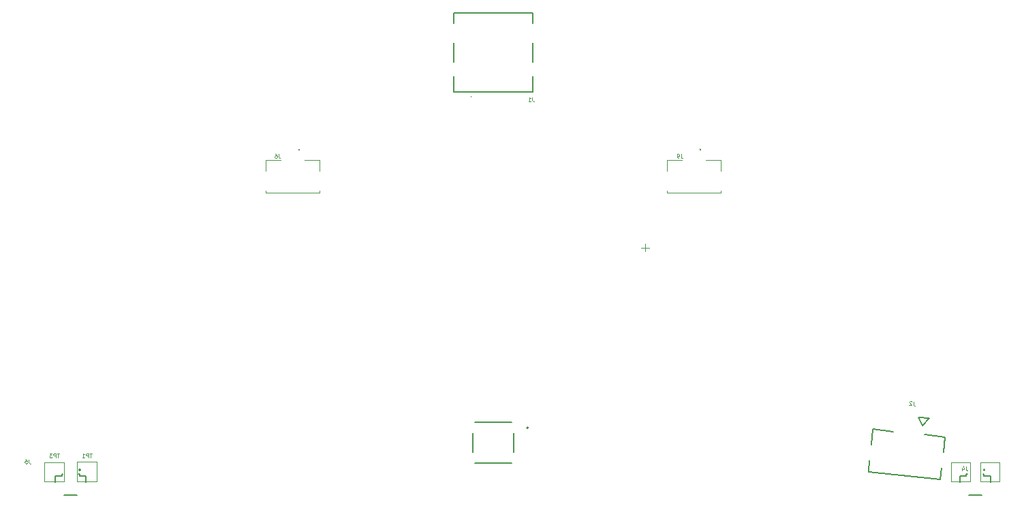
<source format=gbr>
%TF.GenerationSoftware,KiCad,Pcbnew,9.0.6-rc2*%
%TF.CreationDate,2025-12-11T22:21:32-08:00*%
%TF.ProjectId,UGC_Main_S1,5547435f-4d61-4696-9e5f-53312e6b6963,rev?*%
%TF.SameCoordinates,Original*%
%TF.FileFunction,Legend,Bot*%
%TF.FilePolarity,Positive*%
%FSLAX46Y46*%
G04 Gerber Fmt 4.6, Leading zero omitted, Abs format (unit mm)*
G04 Created by KiCad (PCBNEW 9.0.6-rc2) date 2025-12-11 22:21:32*
%MOMM*%
%LPD*%
G01*
G04 APERTURE LIST*
%ADD10C,0.120000*%
%ADD11C,0.100000*%
%ADD12C,0.200000*%
%ADD13C,0.127000*%
%ADD14C,0.152400*%
G04 APERTURE END LIST*
D10*
X237850033Y-111226193D02*
X236897653Y-111226193D01*
X237373843Y-111702383D02*
X237373843Y-110750002D01*
D11*
X191836666Y-99576109D02*
X191836666Y-99933252D01*
X191836666Y-99933252D02*
X191860475Y-100004680D01*
X191860475Y-100004680D02*
X191908094Y-100052300D01*
X191908094Y-100052300D02*
X191979523Y-100076109D01*
X191979523Y-100076109D02*
X192027142Y-100076109D01*
X191384285Y-99576109D02*
X191479523Y-99576109D01*
X191479523Y-99576109D02*
X191527142Y-99599919D01*
X191527142Y-99599919D02*
X191550952Y-99623728D01*
X191550952Y-99623728D02*
X191598571Y-99695157D01*
X191598571Y-99695157D02*
X191622380Y-99790395D01*
X191622380Y-99790395D02*
X191622380Y-99980871D01*
X191622380Y-99980871D02*
X191598571Y-100028490D01*
X191598571Y-100028490D02*
X191574761Y-100052300D01*
X191574761Y-100052300D02*
X191527142Y-100076109D01*
X191527142Y-100076109D02*
X191431904Y-100076109D01*
X191431904Y-100076109D02*
X191384285Y-100052300D01*
X191384285Y-100052300D02*
X191360476Y-100028490D01*
X191360476Y-100028490D02*
X191336666Y-99980871D01*
X191336666Y-99980871D02*
X191336666Y-99861823D01*
X191336666Y-99861823D02*
X191360476Y-99814204D01*
X191360476Y-99814204D02*
X191384285Y-99790395D01*
X191384285Y-99790395D02*
X191431904Y-99766585D01*
X191431904Y-99766585D02*
X191527142Y-99766585D01*
X191527142Y-99766585D02*
X191574761Y-99790395D01*
X191574761Y-99790395D02*
X191598571Y-99814204D01*
X191598571Y-99814204D02*
X191622380Y-99861823D01*
X241816666Y-99566109D02*
X241816666Y-99923252D01*
X241816666Y-99923252D02*
X241840475Y-99994680D01*
X241840475Y-99994680D02*
X241888094Y-100042300D01*
X241888094Y-100042300D02*
X241959523Y-100066109D01*
X241959523Y-100066109D02*
X242007142Y-100066109D01*
X241554761Y-100066109D02*
X241459523Y-100066109D01*
X241459523Y-100066109D02*
X241411904Y-100042300D01*
X241411904Y-100042300D02*
X241388095Y-100018490D01*
X241388095Y-100018490D02*
X241340476Y-99947061D01*
X241340476Y-99947061D02*
X241316666Y-99851823D01*
X241316666Y-99851823D02*
X241316666Y-99661347D01*
X241316666Y-99661347D02*
X241340476Y-99613728D01*
X241340476Y-99613728D02*
X241364285Y-99589919D01*
X241364285Y-99589919D02*
X241411904Y-99566109D01*
X241411904Y-99566109D02*
X241507142Y-99566109D01*
X241507142Y-99566109D02*
X241554761Y-99589919D01*
X241554761Y-99589919D02*
X241578571Y-99613728D01*
X241578571Y-99613728D02*
X241602380Y-99661347D01*
X241602380Y-99661347D02*
X241602380Y-99780395D01*
X241602380Y-99780395D02*
X241578571Y-99828014D01*
X241578571Y-99828014D02*
X241554761Y-99851823D01*
X241554761Y-99851823D02*
X241507142Y-99875633D01*
X241507142Y-99875633D02*
X241411904Y-99875633D01*
X241411904Y-99875633D02*
X241364285Y-99851823D01*
X241364285Y-99851823D02*
X241340476Y-99828014D01*
X241340476Y-99828014D02*
X241316666Y-99780395D01*
X164562551Y-136818509D02*
X164276837Y-136818509D01*
X164419694Y-137318509D02*
X164419694Y-136818509D01*
X164110171Y-137318509D02*
X164110171Y-136818509D01*
X164110171Y-136818509D02*
X163919695Y-136818509D01*
X163919695Y-136818509D02*
X163872076Y-136842319D01*
X163872076Y-136842319D02*
X163848266Y-136866128D01*
X163848266Y-136866128D02*
X163824457Y-136913747D01*
X163824457Y-136913747D02*
X163824457Y-136985176D01*
X163824457Y-136985176D02*
X163848266Y-137032795D01*
X163848266Y-137032795D02*
X163872076Y-137056604D01*
X163872076Y-137056604D02*
X163919695Y-137080414D01*
X163919695Y-137080414D02*
X164110171Y-137080414D01*
X163657790Y-136818509D02*
X163348266Y-136818509D01*
X163348266Y-136818509D02*
X163514933Y-137008985D01*
X163514933Y-137008985D02*
X163443504Y-137008985D01*
X163443504Y-137008985D02*
X163395885Y-137032795D01*
X163395885Y-137032795D02*
X163372076Y-137056604D01*
X163372076Y-137056604D02*
X163348266Y-137104223D01*
X163348266Y-137104223D02*
X163348266Y-137223271D01*
X163348266Y-137223271D02*
X163372076Y-137270890D01*
X163372076Y-137270890D02*
X163395885Y-137294700D01*
X163395885Y-137294700D02*
X163443504Y-137318509D01*
X163443504Y-137318509D02*
X163586361Y-137318509D01*
X163586361Y-137318509D02*
X163633980Y-137294700D01*
X163633980Y-137294700D02*
X163657790Y-137270890D01*
X160770866Y-137546509D02*
X160770866Y-137903652D01*
X160770866Y-137903652D02*
X160794675Y-137975080D01*
X160794675Y-137975080D02*
X160842294Y-138022700D01*
X160842294Y-138022700D02*
X160913723Y-138046509D01*
X160913723Y-138046509D02*
X160961342Y-138046509D01*
X160294676Y-137546509D02*
X160532771Y-137546509D01*
X160532771Y-137546509D02*
X160556580Y-137784604D01*
X160556580Y-137784604D02*
X160532771Y-137760795D01*
X160532771Y-137760795D02*
X160485152Y-137736985D01*
X160485152Y-137736985D02*
X160366104Y-137736985D01*
X160366104Y-137736985D02*
X160318485Y-137760795D01*
X160318485Y-137760795D02*
X160294676Y-137784604D01*
X160294676Y-137784604D02*
X160270866Y-137832223D01*
X160270866Y-137832223D02*
X160270866Y-137951271D01*
X160270866Y-137951271D02*
X160294676Y-137998890D01*
X160294676Y-137998890D02*
X160318485Y-138022700D01*
X160318485Y-138022700D02*
X160366104Y-138046509D01*
X160366104Y-138046509D02*
X160485152Y-138046509D01*
X160485152Y-138046509D02*
X160532771Y-138022700D01*
X160532771Y-138022700D02*
X160556580Y-137998890D01*
X223349323Y-92512309D02*
X223349323Y-92869452D01*
X223349323Y-92869452D02*
X223373132Y-92940880D01*
X223373132Y-92940880D02*
X223420751Y-92988500D01*
X223420751Y-92988500D02*
X223492180Y-93012309D01*
X223492180Y-93012309D02*
X223539799Y-93012309D01*
X222849323Y-93012309D02*
X223135037Y-93012309D01*
X222992180Y-93012309D02*
X222992180Y-92512309D01*
X222992180Y-92512309D02*
X223039799Y-92583738D01*
X223039799Y-92583738D02*
X223087418Y-92631357D01*
X223087418Y-92631357D02*
X223135037Y-92655166D01*
X270724226Y-130338388D02*
X270686894Y-130693574D01*
X270686894Y-130693574D02*
X270703107Y-130767100D01*
X270703107Y-130767100D02*
X270745488Y-130819436D01*
X270745488Y-130819436D02*
X270814036Y-130850581D01*
X270814036Y-130850581D02*
X270861395Y-130855559D01*
X270506137Y-130363347D02*
X270484947Y-130337179D01*
X270484947Y-130337179D02*
X270440077Y-130308523D01*
X270440077Y-130308523D02*
X270321682Y-130296079D01*
X270321682Y-130296079D02*
X270271835Y-130314780D01*
X270271835Y-130314780D02*
X270245667Y-130335971D01*
X270245667Y-130335971D02*
X270217010Y-130380840D01*
X270217010Y-130380840D02*
X270212033Y-130428198D01*
X270212033Y-130428198D02*
X270228246Y-130501724D01*
X270228246Y-130501724D02*
X270482529Y-130815739D01*
X270482529Y-130815739D02*
X270174701Y-130783385D01*
X168626551Y-136793109D02*
X168340837Y-136793109D01*
X168483694Y-137293109D02*
X168483694Y-136793109D01*
X168174171Y-137293109D02*
X168174171Y-136793109D01*
X168174171Y-136793109D02*
X167983695Y-136793109D01*
X167983695Y-136793109D02*
X167936076Y-136816919D01*
X167936076Y-136816919D02*
X167912266Y-136840728D01*
X167912266Y-136840728D02*
X167888457Y-136888347D01*
X167888457Y-136888347D02*
X167888457Y-136959776D01*
X167888457Y-136959776D02*
X167912266Y-137007395D01*
X167912266Y-137007395D02*
X167936076Y-137031204D01*
X167936076Y-137031204D02*
X167983695Y-137055014D01*
X167983695Y-137055014D02*
X168174171Y-137055014D01*
X167412266Y-137293109D02*
X167697980Y-137293109D01*
X167555123Y-137293109D02*
X167555123Y-136793109D01*
X167555123Y-136793109D02*
X167602742Y-136864538D01*
X167602742Y-136864538D02*
X167650361Y-136912157D01*
X167650361Y-136912157D02*
X167697980Y-136935966D01*
X277229866Y-138384709D02*
X277229866Y-138741852D01*
X277229866Y-138741852D02*
X277253675Y-138813280D01*
X277253675Y-138813280D02*
X277301294Y-138860900D01*
X277301294Y-138860900D02*
X277372723Y-138884709D01*
X277372723Y-138884709D02*
X277420342Y-138884709D01*
X276777485Y-138551376D02*
X276777485Y-138884709D01*
X276896533Y-138360900D02*
X277015580Y-138718042D01*
X277015580Y-138718042D02*
X276706057Y-138718042D01*
%TO.C,J6*%
X196913657Y-100359400D02*
X196913657Y-100359400D01*
X196913657Y-100359400D02*
X196913657Y-100359400D01*
X196913657Y-100359400D02*
X196913657Y-101634400D01*
X196913657Y-100359400D02*
X195063657Y-100359400D01*
X196913657Y-101634400D02*
X196913657Y-100359400D01*
X196913657Y-101634400D02*
X196913657Y-101634400D01*
X196913657Y-104134400D02*
X196913657Y-104134400D01*
X196913657Y-104134400D02*
X196913657Y-104384400D01*
X196913657Y-104384400D02*
X196913657Y-104134400D01*
X196913657Y-104384400D02*
X196913657Y-104384400D01*
X196913657Y-104409400D02*
X196913657Y-104409400D01*
X196913657Y-104409400D02*
X190213657Y-104409400D01*
X195063657Y-100359400D02*
X196913657Y-100359400D01*
X195063657Y-100359400D02*
X195063657Y-100359400D01*
D12*
X194363656Y-98984400D02*
X194363656Y-98984400D01*
X194363657Y-99084400D02*
X194363657Y-99084400D01*
X194363657Y-99084400D02*
X194363657Y-99084400D01*
D11*
X192063657Y-100359400D02*
X192063657Y-100359400D01*
X192063657Y-100359400D02*
X190213657Y-100359400D01*
X190213657Y-100359400D02*
X192063657Y-100359400D01*
X190213657Y-100359400D02*
X190213657Y-100359400D01*
X190213657Y-100359400D02*
X190213657Y-100359400D01*
X190213657Y-100359400D02*
X190213657Y-101634400D01*
X190213657Y-101634400D02*
X190213657Y-100359400D01*
X190213657Y-101634400D02*
X190213657Y-101634400D01*
X190213657Y-104134400D02*
X190213657Y-104134400D01*
X190213657Y-104134400D02*
X190213657Y-104409400D01*
X190213657Y-104409400D02*
X196913657Y-104409400D01*
X190213657Y-104409400D02*
X190213657Y-104134400D01*
X190213657Y-104409400D02*
X190213657Y-104409400D01*
X190213657Y-104409400D02*
X190213657Y-104409400D01*
D12*
X194363657Y-99084400D02*
G75*
G02*
X194363656Y-98984400I0J50000D01*
G01*
X194363657Y-99084400D02*
G75*
G02*
X194363656Y-98984400I0J50000D01*
G01*
X194363656Y-98984400D02*
G75*
G02*
X194363657Y-99084400I1J-50000D01*
G01*
D11*
%TO.C,J9*%
X246753657Y-100359400D02*
X246753657Y-100359400D01*
X246753657Y-100359400D02*
X246753657Y-100359400D01*
X246753657Y-100359400D02*
X246753657Y-101634400D01*
X246753657Y-100359400D02*
X244903657Y-100359400D01*
X246753657Y-101634400D02*
X246753657Y-100359400D01*
X246753657Y-101634400D02*
X246753657Y-101634400D01*
X246753657Y-104134400D02*
X246753657Y-104134400D01*
X246753657Y-104134400D02*
X246753657Y-104384400D01*
X246753657Y-104384400D02*
X246753657Y-104134400D01*
X246753657Y-104384400D02*
X246753657Y-104384400D01*
X246753657Y-104409400D02*
X246753657Y-104409400D01*
X246753657Y-104409400D02*
X240053657Y-104409400D01*
X244903657Y-100359400D02*
X246753657Y-100359400D01*
X244903657Y-100359400D02*
X244903657Y-100359400D01*
D12*
X244203656Y-98984400D02*
X244203656Y-98984400D01*
X244203657Y-99084400D02*
X244203657Y-99084400D01*
X244203657Y-99084400D02*
X244203657Y-99084400D01*
D11*
X241903657Y-100359400D02*
X241903657Y-100359400D01*
X241903657Y-100359400D02*
X240053657Y-100359400D01*
X240053657Y-100359400D02*
X241903657Y-100359400D01*
X240053657Y-100359400D02*
X240053657Y-100359400D01*
X240053657Y-100359400D02*
X240053657Y-100359400D01*
X240053657Y-100359400D02*
X240053657Y-101634400D01*
X240053657Y-101634400D02*
X240053657Y-100359400D01*
X240053657Y-101634400D02*
X240053657Y-101634400D01*
X240053657Y-104134400D02*
X240053657Y-104134400D01*
X240053657Y-104134400D02*
X240053657Y-104409400D01*
X240053657Y-104409400D02*
X246753657Y-104409400D01*
X240053657Y-104409400D02*
X240053657Y-104134400D01*
X240053657Y-104409400D02*
X240053657Y-104409400D01*
X240053657Y-104409400D02*
X240053657Y-104409400D01*
D12*
X244203657Y-99084400D02*
G75*
G02*
X244203656Y-98984400I0J50000D01*
G01*
X244203657Y-99084400D02*
G75*
G02*
X244203656Y-98984400I0J50000D01*
G01*
X244203656Y-98984400D02*
G75*
G02*
X244203657Y-99084400I1J-50000D01*
G01*
D13*
%TO.C,SW17*%
X215933657Y-134304400D02*
X215933657Y-136664400D01*
X220733657Y-132934400D02*
X216233657Y-132934400D01*
X220733657Y-138034400D02*
X216233657Y-138034400D01*
X221033657Y-136664400D02*
X221033657Y-134304400D01*
D12*
X222833657Y-133609400D02*
G75*
G02*
X222633657Y-133609400I-100000J0D01*
G01*
X222633657Y-133609400D02*
G75*
G02*
X222833657Y-133609400I100000J0D01*
G01*
D10*
%TO.C,TP3*%
X162731600Y-137890400D02*
X165131600Y-137890400D01*
X162731600Y-140290400D02*
X162731600Y-137890400D01*
X165131600Y-137890400D02*
X165131600Y-140290400D01*
X165131600Y-140290400D02*
X162731600Y-140290400D01*
D13*
%TO.C,J5*%
X164063600Y-139614800D02*
X164863600Y-139614800D01*
X164063600Y-140351800D02*
X164063600Y-139614800D01*
X164863600Y-139614800D02*
X164863600Y-139314800D01*
X165000600Y-139314800D02*
X164863600Y-139314800D01*
X165177600Y-142014800D02*
X166749600Y-142014800D01*
X166926600Y-139314800D02*
X167063600Y-139314800D01*
X167063600Y-139314800D02*
X167063600Y-139614800D01*
X167063600Y-139614800D02*
X167863600Y-139614800D01*
X167863600Y-140351800D02*
X167863600Y-139614800D01*
D12*
X167188600Y-138839800D02*
G75*
G02*
X166988600Y-138839800I-100000J0D01*
G01*
X166988600Y-138839800D02*
G75*
G02*
X167188600Y-138839800I100000J0D01*
G01*
%TO.C,J1*%
X213558657Y-82001200D02*
X223408657Y-82001200D01*
X213558657Y-83336200D02*
X213558657Y-82001200D01*
X213558657Y-88136200D02*
X213558657Y-85736200D01*
X213558657Y-89936200D02*
X213558657Y-91871200D01*
X213558657Y-91871200D02*
X223408657Y-91871200D01*
D11*
X215683657Y-92336200D02*
X215683657Y-92336200D01*
X215683657Y-92436200D02*
X215683657Y-92436200D01*
D12*
X223408657Y-82001200D02*
X223408657Y-83336200D01*
X223408657Y-85736200D02*
X223408657Y-88136200D01*
X223408657Y-91871200D02*
X223408657Y-89936200D01*
D11*
X215683657Y-92336200D02*
G75*
G02*
X215683657Y-92436200I0J-50000D01*
G01*
X215683657Y-92436200D02*
G75*
G02*
X215683657Y-92336200I0J50000D01*
G01*
D14*
%TO.C,J2*%
X265113748Y-139073677D02*
X265263220Y-137651549D01*
X265466013Y-135722098D02*
X265667749Y-133802711D01*
X265667749Y-133802711D02*
X268183843Y-134067163D01*
X271299955Y-132297189D02*
X271825275Y-133373999D01*
X272102336Y-134479013D02*
X274618428Y-134743465D01*
X272689302Y-132443215D02*
X271299955Y-132297189D01*
X272689302Y-132443215D02*
X271825275Y-133373999D01*
X274064427Y-140014431D02*
X265113748Y-139073677D01*
X274213899Y-138592304D02*
X274064427Y-140014431D01*
X274618428Y-134743465D02*
X274416692Y-136662853D01*
D10*
%TO.C,TP2*%
X275355200Y-137890400D02*
X277755200Y-137890400D01*
X275355200Y-140290400D02*
X275355200Y-137890400D01*
X277755200Y-137890400D02*
X277755200Y-140290400D01*
X277755200Y-140290400D02*
X275355200Y-140290400D01*
%TO.C,TP1*%
X166795600Y-137865000D02*
X169195600Y-137865000D01*
X166795600Y-140265000D02*
X166795600Y-137865000D01*
X169195600Y-137865000D02*
X169195600Y-140265000D01*
X169195600Y-140265000D02*
X166795600Y-140265000D01*
%TO.C,TP4*%
X278999742Y-137896669D02*
X281399742Y-137896669D01*
X278999742Y-140296669D02*
X278999742Y-137896669D01*
X281399742Y-137896669D02*
X281399742Y-140296669D01*
X281399742Y-140296669D02*
X278999742Y-140296669D01*
D13*
%TO.C,J4*%
X276484000Y-139614800D02*
X277284000Y-139614800D01*
X276484000Y-140351800D02*
X276484000Y-139614800D01*
X277284000Y-139614800D02*
X277284000Y-139314800D01*
X277421000Y-139314800D02*
X277284000Y-139314800D01*
X277598000Y-142014800D02*
X279170000Y-142014800D01*
X279347000Y-139314800D02*
X279484000Y-139314800D01*
X279484000Y-139314800D02*
X279484000Y-139614800D01*
X279484000Y-139614800D02*
X280284000Y-139614800D01*
X280284000Y-140351800D02*
X280284000Y-139614800D01*
D12*
X279609000Y-138839800D02*
G75*
G02*
X279409000Y-138839800I-100000J0D01*
G01*
X279409000Y-138839800D02*
G75*
G02*
X279609000Y-138839800I100000J0D01*
G01*
%TD*%
M02*

</source>
